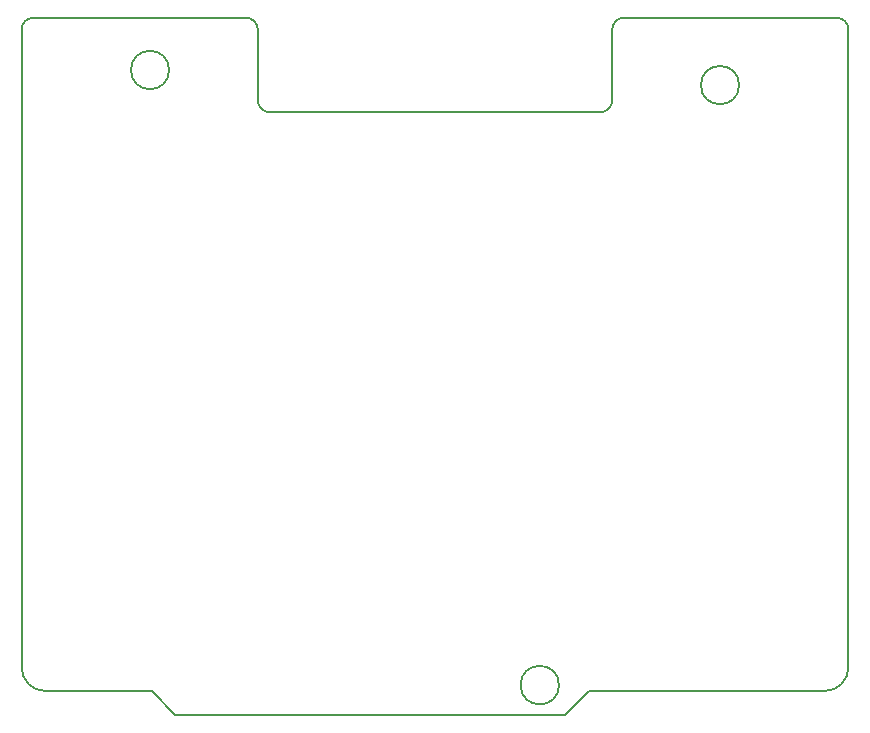
<source format=gm1>
G04 #@! TF.GenerationSoftware,KiCad,Pcbnew,(5.1.10)-1*
G04 #@! TF.CreationDate,2021-07-06T11:53:58+05:30*
G04 #@! TF.ProjectId,STM_Morpho,53544d5f-4d6f-4727-9068-6f2e6b696361,rev?*
G04 #@! TF.SameCoordinates,PX7bfa480PY7270e00*
G04 #@! TF.FileFunction,Profile,NP*
%FSLAX46Y46*%
G04 Gerber Fmt 4.6, Leading zero omitted, Abs format (unit mm)*
G04 Created by KiCad (PCBNEW (5.1.10)-1) date 2021-07-06 11:53:58*
%MOMM*%
%LPD*%
G01*
G04 APERTURE LIST*
G04 #@! TA.AperFunction,Profile*
%ADD10C,0.150000*%
G04 #@! TD*
G04 APERTURE END LIST*
D10*
X60750000Y51300000D02*
G75*
G03*
X60750000Y51300000I-1620000J0D01*
G01*
X12490000Y52580000D02*
G75*
G03*
X12490000Y52580000I-1620000J0D01*
G01*
X45500000Y500000D02*
G75*
G03*
X45500000Y500000I-1630000J0D01*
G01*
X0Y2000000D02*
G75*
G03*
X2000000Y0I2000000J0D01*
G01*
X68000000Y0D02*
G75*
G03*
X70000000Y2000000I0J2000000D01*
G01*
X70000000Y56000000D02*
G75*
G03*
X69000000Y57000000I-1000000J0D01*
G01*
X51000000Y57000000D02*
G75*
G03*
X50000000Y56000000I0J-1000000D01*
G01*
X49000000Y49000000D02*
G75*
G03*
X50000000Y50000000I0J1000000D01*
G01*
X20000000Y50000000D02*
G75*
G03*
X21000000Y49000000I1000000J0D01*
G01*
X20000000Y56000000D02*
G75*
G03*
X19000000Y57000000I-1000000J0D01*
G01*
X1000000Y57000000D02*
G75*
G03*
X0Y56000000I0J-1000000D01*
G01*
X49000000Y49000000D02*
X21000000Y49000000D01*
X50000000Y56000000D02*
X50000000Y50000000D01*
X69000000Y57000000D02*
X51000000Y57000000D01*
X70000000Y2000000D02*
X70000000Y56000000D01*
X20000000Y56000000D02*
X20000000Y50000000D01*
X1000000Y57000000D02*
X19000000Y57000000D01*
X0Y2000000D02*
X0Y56000000D01*
X48000000Y0D02*
X68000000Y0D01*
X46000000Y-2000000D02*
X48000000Y0D01*
X13000000Y-2000000D02*
X46000000Y-2000000D01*
X11000000Y0D02*
X13000000Y-2000000D01*
X2000000Y0D02*
X11000000Y0D01*
M02*

</source>
